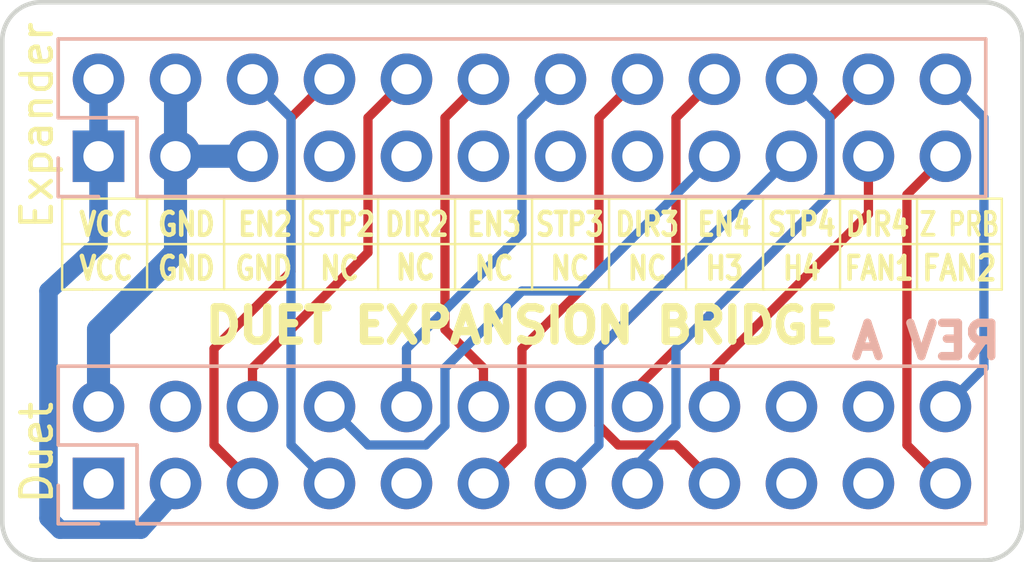
<source format=kicad_pcb>
(kicad_pcb (version 4) (host pcbnew 4.0.7)

  (general
    (links 19)
    (no_connects 0)
    (area 132.639999 111.684999 167.1942 130.250001)
    (thickness 1.6)
    (drawings 55)
    (tracks 75)
    (zones 0)
    (modules 2)
    (nets 17)
  )

  (page A4)
  (layers
    (0 F.Cu signal)
    (31 B.Cu signal)
    (32 B.Adhes user)
    (33 F.Adhes user)
    (34 B.Paste user)
    (35 F.Paste user)
    (36 B.SilkS user)
    (37 F.SilkS user)
    (38 B.Mask user)
    (39 F.Mask user)
    (40 Dwgs.User user)
    (41 Cmts.User user)
    (42 Eco1.User user)
    (43 Eco2.User user)
    (44 Edge.Cuts user)
    (45 Margin user)
    (46 B.CrtYd user hide)
    (47 F.CrtYd user hide)
    (48 B.Fab user hide)
    (49 F.Fab user hide)
  )

  (setup
    (last_trace_width 0.3048)
    (user_trace_width 0.3048)
    (user_trace_width 0.6096)
    (trace_clearance 0.0508)
    (zone_clearance 0.762)
    (zone_45_only no)
    (trace_min 0.2)
    (segment_width 0.08)
    (edge_width 0.15)
    (via_size 0.6)
    (via_drill 0.4)
    (via_min_size 0.4)
    (via_min_drill 0.3)
    (uvia_size 0.3)
    (uvia_drill 0.1)
    (uvias_allowed no)
    (uvia_min_size 0.2)
    (uvia_min_drill 0.1)
    (pcb_text_width 0.3)
    (pcb_text_size 1.5 1.5)
    (mod_edge_width 0.15)
    (mod_text_size 1 1)
    (mod_text_width 0.15)
    (pad_size 5.7 5.7)
    (pad_drill 3.2)
    (pad_to_mask_clearance 0.2)
    (aux_axis_origin 132.588 130.048)
    (visible_elements 7FFFFE7F)
    (pcbplotparams
      (layerselection 0x010f0_80000001)
      (usegerberextensions true)
      (excludeedgelayer true)
      (linewidth 0.100000)
      (plotframeref false)
      (viasonmask false)
      (mode 1)
      (useauxorigin true)
      (hpglpennumber 1)
      (hpglpenspeed 20)
      (hpglpendiameter 15)
      (hpglpenoverlay 2)
      (psnegative false)
      (psa4output false)
      (plotreference true)
      (plotvalue true)
      (plotinvisibletext false)
      (padsonsilk false)
      (subtractmaskfromsilk true)
      (outputformat 1)
      (mirror false)
      (drillshape 0)
      (scaleselection 1)
      (outputdirectory ../Gerbers/))
  )

  (net 0 "")
  (net 1 GND)
  (net 2 VCC)
  (net 3 E2_STEP)
  (net 4 E2_DIR)
  (net 5 E2_EN)
  (net 6 HEATER3)
  (net 7 E3_STEP)
  (net 8 E3_DIR)
  (net 9 E3_EN)
  (net 10 HEATER4)
  (net 11 E4_STEP)
  (net 12 E4_DIR)
  (net 13 E4_EN)
  (net 14 "FAN2(HEATER_5)")
  (net 15 "FAN1(HEATER_6)")
  (net 16 Z_PROBE)

  (net_class Default "This is the default net class."
    (clearance 0.0508)
    (trace_width 0.3048)
    (via_dia 0.6)
    (via_drill 0.4)
    (uvia_dia 0.3)
    (uvia_drill 0.1)
    (add_net E2_DIR)
    (add_net E2_EN)
    (add_net E2_STEP)
    (add_net E3_DIR)
    (add_net E3_EN)
    (add_net E3_STEP)
    (add_net E4_DIR)
    (add_net E4_EN)
    (add_net E4_STEP)
    (add_net "FAN1(HEATER_6)")
    (add_net "FAN2(HEATER_5)")
    (add_net HEATER3)
    (add_net HEATER4)
    (add_net Z_PROBE)
  )

  (net_class FAN ""
    (clearance 0.127)
    (trace_width 0.381)
    (via_dia 0.6)
    (via_drill 0.4)
    (uvia_dia 0.3)
    (uvia_drill 0.1)
  )

  (net_class Motor ""
    (clearance 0.2)
    (trace_width 1.27)
    (via_dia 0.6)
    (via_drill 0.4)
    (uvia_dia 0.3)
    (uvia_drill 0.1)
  )

  (net_class Power ""
    (clearance 0.2032)
    (trace_width 0.762)
    (via_dia 0.6)
    (via_drill 0.4)
    (uvia_dia 0.3)
    (uvia_drill 0.1)
    (add_net GND)
    (add_net VCC)
  )

  (module Voron:Socket_Strip_Straight_2x12_Pitch2.54mm (layer B.Cu) (tedit 5AC57147) (tstamp 5AC2ECE4)
    (at 135.89 127.635 270)
    (descr "Through hole straight socket strip, 2x12, 2.54mm pitch, double rows")
    (tags "Through hole socket strip THT 2x12 2.54mm double row")
    (path /5AC2D2B3)
    (fp_text reference Duet1 (at -1.27 -30.226 270) (layer F.SilkS) hide
      (effects (font (size 1 1) (thickness 0.15)))
    )
    (fp_text value Duet (at -1.016 2.032 270) (layer F.SilkS)
      (effects (font (size 1 1) (thickness 0.15)))
    )
    (fp_line (start -3.81 1.27) (end -3.81 -29.21) (layer B.Fab) (width 0.1))
    (fp_line (start -3.81 -29.21) (end 1.27 -29.21) (layer B.Fab) (width 0.1))
    (fp_line (start 1.27 -29.21) (end 1.27 1.27) (layer B.Fab) (width 0.1))
    (fp_line (start 1.27 1.27) (end -3.81 1.27) (layer B.Fab) (width 0.1))
    (fp_line (start 1.33 -1.27) (end 1.33 -29.27) (layer B.SilkS) (width 0.12))
    (fp_line (start 1.33 -29.27) (end -3.87 -29.27) (layer B.SilkS) (width 0.12))
    (fp_line (start -3.87 -29.27) (end -3.87 1.33) (layer B.SilkS) (width 0.12))
    (fp_line (start -3.87 1.33) (end -1.27 1.33) (layer B.SilkS) (width 0.12))
    (fp_line (start -1.27 1.33) (end -1.27 -1.27) (layer B.SilkS) (width 0.12))
    (fp_line (start -1.27 -1.27) (end 1.33 -1.27) (layer B.SilkS) (width 0.12))
    (fp_line (start 1.33 0) (end 1.33 1.33) (layer B.SilkS) (width 0.12))
    (fp_line (start 1.33 1.33) (end 0.06 1.33) (layer B.SilkS) (width 0.12))
    (fp_line (start -4.35 1.8) (end -4.35 -29.75) (layer B.CrtYd) (width 0.05))
    (fp_line (start -4.35 -29.75) (end 1.8 -29.75) (layer B.CrtYd) (width 0.05))
    (fp_line (start 1.8 -29.75) (end 1.8 1.8) (layer B.CrtYd) (width 0.05))
    (fp_line (start 1.8 1.8) (end -4.35 1.8) (layer B.CrtYd) (width 0.05))
    (fp_text user %R (at -1.016 -12.7 540) (layer B.Fab)
      (effects (font (size 1 1) (thickness 0.15)) (justify mirror))
    )
    (pad 1 thru_hole rect (at 0 0 270) (size 1.7 1.7) (drill 1) (layers *.Cu *.Mask))
    (pad 2 thru_hole oval (at -2.54 0 270) (size 1.7 1.7) (drill 1) (layers *.Cu *.Mask)
      (net 1 GND))
    (pad 3 thru_hole oval (at 0 -2.54 270) (size 1.7 1.7) (drill 1) (layers *.Cu *.Mask)
      (net 2 VCC))
    (pad 4 thru_hole oval (at -2.54 -2.54 270) (size 1.7 1.7) (drill 1) (layers *.Cu *.Mask))
    (pad 5 thru_hole oval (at 0 -5.08 270) (size 1.7 1.7) (drill 1) (layers *.Cu *.Mask)
      (net 3 E2_STEP))
    (pad 6 thru_hole oval (at -2.54 -5.08 270) (size 1.7 1.7) (drill 1) (layers *.Cu *.Mask)
      (net 4 E2_DIR))
    (pad 7 thru_hole oval (at 0 -7.62 270) (size 1.7 1.7) (drill 1) (layers *.Cu *.Mask)
      (net 5 E2_EN))
    (pad 8 thru_hole oval (at -2.54 -7.62 270) (size 1.7 1.7) (drill 1) (layers *.Cu *.Mask)
      (net 6 HEATER3))
    (pad 9 thru_hole oval (at 0 -10.16 270) (size 1.7 1.7) (drill 1) (layers *.Cu *.Mask))
    (pad 10 thru_hole oval (at -2.54 -10.16 270) (size 1.7 1.7) (drill 1) (layers *.Cu *.Mask)
      (net 7 E3_STEP))
    (pad 11 thru_hole oval (at 0 -12.7 270) (size 1.7 1.7) (drill 1) (layers *.Cu *.Mask)
      (net 8 E3_DIR))
    (pad 12 thru_hole oval (at -2.54 -12.7 270) (size 1.7 1.7) (drill 1) (layers *.Cu *.Mask)
      (net 9 E3_EN))
    (pad 13 thru_hole oval (at 0 -15.24 270) (size 1.7 1.7) (drill 1) (layers *.Cu *.Mask)
      (net 10 HEATER4))
    (pad 14 thru_hole oval (at -2.54 -15.24 270) (size 1.7 1.7) (drill 1) (layers *.Cu *.Mask))
    (pad 15 thru_hole oval (at 0 -17.78 270) (size 1.7 1.7) (drill 1) (layers *.Cu *.Mask)
      (net 11 E4_STEP))
    (pad 16 thru_hole oval (at -2.54 -17.78 270) (size 1.7 1.7) (drill 1) (layers *.Cu *.Mask)
      (net 12 E4_DIR))
    (pad 17 thru_hole oval (at 0 -20.32 270) (size 1.7 1.7) (drill 1) (layers *.Cu *.Mask)
      (net 13 E4_EN))
    (pad 18 thru_hole oval (at -2.54 -20.32 270) (size 1.7 1.7) (drill 1) (layers *.Cu *.Mask)
      (net 14 "FAN2(HEATER_5)"))
    (pad 19 thru_hole oval (at 0 -22.86 270) (size 1.7 1.7) (drill 1) (layers *.Cu *.Mask))
    (pad 20 thru_hole oval (at -2.54 -22.86 270) (size 1.7 1.7) (drill 1) (layers *.Cu *.Mask))
    (pad 21 thru_hole oval (at 0 -25.4 270) (size 1.7 1.7) (drill 1) (layers *.Cu *.Mask))
    (pad 22 thru_hole oval (at -2.54 -25.4 270) (size 1.7 1.7) (drill 1) (layers *.Cu *.Mask))
    (pad 23 thru_hole oval (at 0 -27.94 270) (size 1.7 1.7) (drill 1) (layers *.Cu *.Mask)
      (net 15 "FAN1(HEATER_6)"))
    (pad 24 thru_hole oval (at -2.54 -27.94 270) (size 1.7 1.7) (drill 1) (layers *.Cu *.Mask)
      (net 16 Z_PROBE))
    (model ${KISYS3DMOD}/Socket_Strips.3dshapes/Socket_Strip_Straight_2x12_Pitch2.54mm.wrl
      (at (xyz -0.05 -0.55 0))
      (scale (xyz 1 1 1))
      (rotate (xyz 0 0 270))
    )
  )

  (module Voron:Socket_Strip_Straight_2x12_Pitch2.54mm (layer B.Cu) (tedit 5AC57147) (tstamp 5AC2EC8B)
    (at 135.89 116.84 270)
    (descr "Through hole straight socket strip, 2x12, 2.54mm pitch, double rows")
    (tags "Through hole socket strip THT 2x12 2.54mm double row")
    (path /5A11DE4E)
    (fp_text reference Exp1 (at -1.27 -30.226 270) (layer F.SilkS) hide
      (effects (font (size 1 1) (thickness 0.15)))
    )
    (fp_text value Expander (at -1.016 2.032 270) (layer F.SilkS)
      (effects (font (size 1 1) (thickness 0.15)))
    )
    (fp_line (start -3.81 1.27) (end -3.81 -29.21) (layer B.Fab) (width 0.1))
    (fp_line (start -3.81 -29.21) (end 1.27 -29.21) (layer B.Fab) (width 0.1))
    (fp_line (start 1.27 -29.21) (end 1.27 1.27) (layer B.Fab) (width 0.1))
    (fp_line (start 1.27 1.27) (end -3.81 1.27) (layer B.Fab) (width 0.1))
    (fp_line (start 1.33 -1.27) (end 1.33 -29.27) (layer B.SilkS) (width 0.12))
    (fp_line (start 1.33 -29.27) (end -3.87 -29.27) (layer B.SilkS) (width 0.12))
    (fp_line (start -3.87 -29.27) (end -3.87 1.33) (layer B.SilkS) (width 0.12))
    (fp_line (start -3.87 1.33) (end -1.27 1.33) (layer B.SilkS) (width 0.12))
    (fp_line (start -1.27 1.33) (end -1.27 -1.27) (layer B.SilkS) (width 0.12))
    (fp_line (start -1.27 -1.27) (end 1.33 -1.27) (layer B.SilkS) (width 0.12))
    (fp_line (start 1.33 0) (end 1.33 1.33) (layer B.SilkS) (width 0.12))
    (fp_line (start 1.33 1.33) (end 0.06 1.33) (layer B.SilkS) (width 0.12))
    (fp_line (start -4.35 1.8) (end -4.35 -29.75) (layer B.CrtYd) (width 0.05))
    (fp_line (start -4.35 -29.75) (end 1.8 -29.75) (layer B.CrtYd) (width 0.05))
    (fp_line (start 1.8 -29.75) (end 1.8 1.8) (layer B.CrtYd) (width 0.05))
    (fp_line (start 1.8 1.8) (end -4.35 1.8) (layer B.CrtYd) (width 0.05))
    (fp_text user %R (at -1.016 -12.7 540) (layer B.Fab)
      (effects (font (size 1 1) (thickness 0.15)) (justify mirror))
    )
    (pad 1 thru_hole rect (at 0 0 270) (size 1.7 1.7) (drill 1) (layers *.Cu *.Mask)
      (net 2 VCC))
    (pad 2 thru_hole oval (at -2.54 0 270) (size 1.7 1.7) (drill 1) (layers *.Cu *.Mask)
      (net 2 VCC))
    (pad 3 thru_hole oval (at 0 -2.54 270) (size 1.7 1.7) (drill 1) (layers *.Cu *.Mask)
      (net 1 GND))
    (pad 4 thru_hole oval (at -2.54 -2.54 270) (size 1.7 1.7) (drill 1) (layers *.Cu *.Mask)
      (net 1 GND))
    (pad 5 thru_hole oval (at 0 -5.08 270) (size 1.7 1.7) (drill 1) (layers *.Cu *.Mask)
      (net 1 GND))
    (pad 6 thru_hole oval (at -2.54 -5.08 270) (size 1.7 1.7) (drill 1) (layers *.Cu *.Mask)
      (net 5 E2_EN))
    (pad 7 thru_hole oval (at 0 -7.62 270) (size 1.7 1.7) (drill 1) (layers *.Cu *.Mask))
    (pad 8 thru_hole oval (at -2.54 -7.62 270) (size 1.7 1.7) (drill 1) (layers *.Cu *.Mask)
      (net 3 E2_STEP))
    (pad 9 thru_hole oval (at 0 -10.16 270) (size 1.7 1.7) (drill 1) (layers *.Cu *.Mask))
    (pad 10 thru_hole oval (at -2.54 -10.16 270) (size 1.7 1.7) (drill 1) (layers *.Cu *.Mask)
      (net 4 E2_DIR))
    (pad 11 thru_hole oval (at 0 -12.7 270) (size 1.7 1.7) (drill 1) (layers *.Cu *.Mask))
    (pad 12 thru_hole oval (at -2.54 -12.7 270) (size 1.7 1.7) (drill 1) (layers *.Cu *.Mask)
      (net 9 E3_EN))
    (pad 13 thru_hole oval (at 0 -15.24 270) (size 1.7 1.7) (drill 1) (layers *.Cu *.Mask))
    (pad 14 thru_hole oval (at -2.54 -15.24 270) (size 1.7 1.7) (drill 1) (layers *.Cu *.Mask)
      (net 7 E3_STEP))
    (pad 15 thru_hole oval (at 0 -17.78 270) (size 1.7 1.7) (drill 1) (layers *.Cu *.Mask))
    (pad 16 thru_hole oval (at -2.54 -17.78 270) (size 1.7 1.7) (drill 1) (layers *.Cu *.Mask)
      (net 8 E3_DIR))
    (pad 17 thru_hole oval (at 0 -20.32 270) (size 1.7 1.7) (drill 1) (layers *.Cu *.Mask)
      (net 6 HEATER3))
    (pad 18 thru_hole oval (at -2.54 -20.32 270) (size 1.7 1.7) (drill 1) (layers *.Cu *.Mask)
      (net 13 E4_EN))
    (pad 19 thru_hole oval (at 0 -22.86 270) (size 1.7 1.7) (drill 1) (layers *.Cu *.Mask)
      (net 10 HEATER4))
    (pad 20 thru_hole oval (at -2.54 -22.86 270) (size 1.7 1.7) (drill 1) (layers *.Cu *.Mask)
      (net 11 E4_STEP))
    (pad 21 thru_hole oval (at 0 -25.4 270) (size 1.7 1.7) (drill 1) (layers *.Cu *.Mask)
      (net 14 "FAN2(HEATER_5)"))
    (pad 22 thru_hole oval (at -2.54 -25.4 270) (size 1.7 1.7) (drill 1) (layers *.Cu *.Mask)
      (net 12 E4_DIR))
    (pad 23 thru_hole oval (at 0 -27.94 270) (size 1.7 1.7) (drill 1) (layers *.Cu *.Mask)
      (net 15 "FAN1(HEATER_6)"))
    (pad 24 thru_hole oval (at -2.54 -27.94 270) (size 1.7 1.7) (drill 1) (layers *.Cu *.Mask)
      (net 16 Z_PROBE))
    (model ${KISYS3DMOD}/Socket_Strips.3dshapes/Socket_Strip_Straight_2x12_Pitch2.54mm.wrl
      (at (xyz -0.05 -0.55 0))
      (scale (xyz 1 1 1))
      (rotate (xyz 0 0 270))
    )
  )

  (gr_line (start 165.1 111.76) (end 133.985 111.76) (angle 90) (layer Edge.Cuts) (width 0.15))
  (gr_line (start 133.985 130.175) (end 165.1 130.175) (angle 90) (layer Edge.Cuts) (width 0.15))
  (gr_line (start 166.37 128.905) (end 166.37 113.03) (angle 90) (layer Edge.Cuts) (width 0.15))
  (gr_line (start 132.715 113.03) (end 132.715 128.905) (angle 90) (layer Edge.Cuts) (width 0.15))
  (gr_arc (start 133.985 113.03) (end 132.715 113.03) (angle 90) (layer Edge.Cuts) (width 0.15))
  (gr_arc (start 133.985 128.905) (end 133.985 130.175) (angle 90) (layer Edge.Cuts) (width 0.15))
  (gr_arc (start 165.1 113.03) (end 165.1 111.76) (angle 90) (layer Edge.Cuts) (width 0.15))
  (gr_arc (start 165.1 128.905) (end 166.37 128.905) (angle 90) (layer Edge.Cuts) (width 0.15))
  (gr_line (start 134.69 119.738) (end 165.69 119.738) (angle 90) (layer F.SilkS) (width 0.08))
  (gr_line (start 162.893 121.237) (end 162.8295 121.237) (angle 90) (layer F.SilkS) (width 0.08))
  (gr_line (start 162.893 118.2525) (end 162.893 121.237) (angle 90) (layer F.SilkS) (width 0.08))
  (gr_line (start 160.353 118.2525) (end 160.353 121.237) (angle 90) (layer F.SilkS) (width 0.08))
  (gr_line (start 157.813 121.237) (end 157.8765 121.237) (angle 90) (layer F.SilkS) (width 0.08))
  (gr_line (start 157.813 118.2525) (end 157.813 121.237) (angle 90) (layer F.SilkS) (width 0.08))
  (gr_line (start 155.273 118.2525) (end 155.273 121.237) (angle 90) (layer F.SilkS) (width 0.08))
  (gr_line (start 152.733 118.2525) (end 152.733 121.237) (angle 90) (layer F.SilkS) (width 0.08))
  (gr_line (start 150.193 118.2525) (end 150.193 121.237) (angle 90) (layer F.SilkS) (width 0.08))
  (gr_line (start 147.653 121.237) (end 147.5895 121.237) (angle 90) (layer F.SilkS) (width 0.08))
  (gr_line (start 147.653 118.2525) (end 147.653 121.237) (angle 90) (layer F.SilkS) (width 0.08))
  (gr_line (start 145.113 118.2525) (end 145.113 121.237) (angle 90) (layer F.SilkS) (width 0.08))
  (gr_line (start 142.6365 118.2525) (end 142.6365 121.237) (angle 90) (layer F.SilkS) (width 0.08))
  (gr_line (start 140.033 118.2525) (end 140.033 121.237) (angle 90) (layer F.SilkS) (width 0.08))
  (gr_line (start 137.493 118.2525) (end 137.493 121.237) (angle 90) (layer F.SilkS) (width 0.08))
  (gr_line (start 134.69 121.238) (end 135.69 121.238) (angle 90) (layer F.SilkS) (width 0.08))
  (gr_line (start 134.69 118.238) (end 134.69 121.238) (angle 90) (layer F.SilkS) (width 0.08))
  (gr_line (start 165.69 118.238) (end 134.69 118.238) (angle 90) (layer F.SilkS) (width 0.08))
  (gr_line (start 165.69 121.238) (end 165.69 118.238) (angle 90) (layer F.SilkS) (width 0.08))
  (gr_line (start 135.69 121.238) (end 165.69 121.238) (angle 90) (layer F.SilkS) (width 0.08))
  (gr_text "DUET EXPANSION BRIDGE" (at 149.86 122.428) (layer F.SilkS)
    (effects (font (size 1.1 1.1) (thickness 0.275)))
  )
  (gr_text NC (at 146.34 120.538) (layer F.SilkS)
    (effects (font (size 0.75 0.6) (thickness 0.15)))
  )
  (gr_text NC (at 153.99 120.538) (layer F.SilkS)
    (effects (font (size 0.75 0.6) (thickness 0.15)))
  )
  (gr_text NC (at 151.44 120.538) (layer F.SilkS)
    (effects (font (size 0.75 0.6) (thickness 0.15)))
  )
  (gr_text NC (at 148.94 120.538) (layer F.SilkS)
    (effects (font (size 0.75 0.6) (thickness 0.15)))
  )
  (gr_text NC (at 146.34 120.488) (layer F.SilkS)
    (effects (font (size 0.75 0.6) (thickness 0.15)))
  )
  (gr_text NC (at 143.84 120.538) (layer F.SilkS)
    (effects (font (size 0.75 0.6) (thickness 0.15)))
  )
  (gr_text FAN2 (at 164.29 120.538) (layer F.SilkS)
    (effects (font (size 0.8 0.65) (thickness 0.15)))
  )
  (gr_text FAN1 (at 161.64 120.538) (layer F.SilkS)
    (effects (font (size 0.75 0.6) (thickness 0.15)))
  )
  (gr_text H4 (at 159.09 120.538) (layer F.SilkS)
    (effects (font (size 0.75 0.6) (thickness 0.15)))
  )
  (gr_text "H3\n" (at 156.54 120.538) (layer F.SilkS)
    (effects (font (size 0.75 0.6) (thickness 0.15)))
  )
  (gr_text "Z PRB" (at 164.29 119.088) (layer F.SilkS)
    (effects (font (size 0.75 0.55) (thickness 0.125)))
  )
  (gr_text DIR4 (at 161.59 119.088) (layer F.SilkS)
    (effects (font (size 0.75 0.6) (thickness 0.15)))
  )
  (gr_text STP4 (at 159.09 119.088) (layer F.SilkS)
    (effects (font (size 0.75 0.6) (thickness 0.15)))
  )
  (gr_text EN4 (at 156.54 119.088) (layer F.SilkS)
    (effects (font (size 0.75 0.6) (thickness 0.15)))
  )
  (gr_text DIR3 (at 153.99 119.088) (layer F.SilkS)
    (effects (font (size 0.75 0.6) (thickness 0.15)))
  )
  (gr_text STP3 (at 151.44 119.088) (layer F.SilkS)
    (effects (font (size 0.75 0.6) (thickness 0.15)))
  )
  (gr_text EN3 (at 148.94 119.088) (layer F.SilkS)
    (effects (font (size 0.75 0.6) (thickness 0.15)))
  )
  (gr_text DIR2 (at 146.39 119.088) (layer F.SilkS)
    (effects (font (size 0.75 0.6) (thickness 0.15)))
  )
  (gr_text "STP2\n" (at 143.89 119.088) (layer F.SilkS)
    (effects (font (size 0.75 0.6) (thickness 0.15)))
  )
  (gr_text EN2 (at 141.39 119.088) (layer F.SilkS)
    (effects (font (size 0.75 0.6) (thickness 0.15)))
  )
  (gr_text GND (at 141.34 120.538) (layer F.SilkS)
    (effects (font (size 0.75 0.6) (thickness 0.15)))
  )
  (gr_text GND (at 138.79 120.538) (layer F.SilkS)
    (effects (font (size 0.75 0.6) (thickness 0.15)))
  )
  (gr_text GND (at 138.79 119.088) (layer F.SilkS)
    (effects (font (size 0.75 0.6) (thickness 0.15)))
  )
  (gr_text VCC (at 136.14 120.538) (layer F.SilkS)
    (effects (font (size 0.75 0.6) (thickness 0.15)))
  )
  (gr_text VCC (at 136.14 119.088) (layer F.SilkS)
    (effects (font (size 0.75 0.6) (thickness 0.15)))
  )
  (gr_text "REV A\n\n" (at 163.195 123.825) (layer B.SilkS)
    (effects (font (size 1.1 1.1) (thickness 0.275)) (justify mirror))
  )

  (segment (start 135.89 125.095) (end 135.89 122.555) (width 0.762) (layer B.Cu) (net 1))
  (segment (start 138.43 120.015) (end 138.43 116.84) (width 0.762) (layer B.Cu) (net 1) (tstamp 5AC2ED42))
  (segment (start 135.89 122.555) (end 138.43 120.015) (width 0.762) (layer B.Cu) (net 1) (tstamp 5AC2ED41))
  (segment (start 138.43 116.84) (end 140.97 116.84) (width 0.762) (layer B.Cu) (net 1))
  (segment (start 138.43 116.84) (end 138.43 114.3) (width 0.762) (layer B.Cu) (net 1) (tstamp 5AC2DA59))
  (segment (start 135.89 116.84) (end 135.89 119.761) (width 0.6096) (layer B.Cu) (net 2))
  (segment (start 137.287 129.159) (end 138.43 127.889) (width 0.6096) (layer B.Cu) (net 2) (tstamp 5AC58627))
  (segment (start 134.62 129.159) (end 137.287 129.159) (width 0.6096) (layer B.Cu) (net 2) (tstamp 5AC58626))
  (segment (start 134.239 128.778) (end 134.62 129.159) (width 0.6096) (layer B.Cu) (net 2) (tstamp 5AC58625))
  (segment (start 134.239 121.285) (end 134.239 128.778) (width 0.6096) (layer B.Cu) (net 2) (tstamp 5AC58624))
  (segment (start 135.89 119.761) (end 134.239 121.285) (width 0.6096) (layer B.Cu) (net 2) (tstamp 5AC58623))
  (segment (start 138.43 127.889) (end 138.43 127.635) (width 0.762) (layer B.Cu) (net 2) (tstamp 5AC58628))
  (segment (start 135.89 116.84) (end 135.89 114.3) (width 0.6096) (layer B.Cu) (net 2) (tstamp 5AC2DA4E))
  (segment (start 140.97 127.635) (end 139.7 126.365) (width 0.3048) (layer F.Cu) (net 3))
  (segment (start 142.24 115.57) (end 143.51 114.3) (width 0.3048) (layer F.Cu) (net 3) (tstamp 5AC2EEBB))
  (segment (start 142.24 120.65) (end 142.24 115.57) (width 0.3048) (layer F.Cu) (net 3) (tstamp 5AC2EEB8))
  (segment (start 139.7 123.19) (end 142.24 120.65) (width 0.3048) (layer F.Cu) (net 3) (tstamp 5AC2EEB4))
  (segment (start 139.7 126.365) (end 139.7 123.19) (width 0.3048) (layer F.Cu) (net 3) (tstamp 5AC2EEB3))
  (segment (start 140.97 125.095) (end 140.97 123.825) (width 0.3048) (layer F.Cu) (net 4))
  (segment (start 144.78 115.57) (end 146.05 114.3) (width 0.3048) (layer F.Cu) (net 4) (tstamp 5AC2EEC3))
  (segment (start 144.78 120.015) (end 144.78 115.57) (width 0.3048) (layer F.Cu) (net 4) (tstamp 5AC2EEC1))
  (segment (start 140.97 123.825) (end 144.78 120.015) (width 0.3048) (layer F.Cu) (net 4) (tstamp 5AC2EEBF))
  (segment (start 143.51 127.635) (end 142.24 126.365) (width 0.3048) (layer B.Cu) (net 5))
  (segment (start 142.24 115.57) (end 140.97 114.3) (width 0.3048) (layer B.Cu) (net 5) (tstamp 5AC2EECA))
  (segment (start 142.24 126.365) (end 142.24 115.57) (width 0.3048) (layer B.Cu) (net 5) (tstamp 5AC2EEC9))
  (segment (start 156.21 116.84) (end 151.765 121.285) (width 0.3048) (layer B.Cu) (net 6))
  (segment (start 144.78 126.365) (end 143.51 125.095) (width 0.3048) (layer B.Cu) (net 6) (tstamp 5AC2EF63))
  (segment (start 146.685 126.365) (end 144.78 126.365) (width 0.3048) (layer B.Cu) (net 6) (tstamp 5AC2EF62))
  (segment (start 147.32 125.73) (end 146.685 126.365) (width 0.3048) (layer B.Cu) (net 6) (tstamp 5AC2EF61))
  (segment (start 147.32 123.825) (end 147.32 125.73) (width 0.3048) (layer B.Cu) (net 6) (tstamp 5AC2EF5F))
  (segment (start 149.86 121.285) (end 147.32 123.825) (width 0.3048) (layer B.Cu) (net 6) (tstamp 5AC2EF58))
  (segment (start 151.765 121.285) (end 149.86 121.285) (width 0.3048) (layer B.Cu) (net 6) (tstamp 5AC2EF52))
  (segment (start 146.05 125.095) (end 146.05 123.19) (width 0.3048) (layer B.Cu) (net 7))
  (segment (start 149.86 115.57) (end 151.13 114.3) (width 0.3048) (layer B.Cu) (net 7) (tstamp 5AC2EF6B))
  (segment (start 149.86 119.38) (end 149.86 115.57) (width 0.3048) (layer B.Cu) (net 7) (tstamp 5AC2EF69))
  (segment (start 146.05 123.19) (end 149.86 119.38) (width 0.3048) (layer B.Cu) (net 7) (tstamp 5AC2EF67))
  (segment (start 148.59 127.635) (end 149.86 126.365) (width 0.3048) (layer F.Cu) (net 8))
  (segment (start 152.4 115.57) (end 153.67 114.3) (width 0.3048) (layer F.Cu) (net 8) (tstamp 5AC2EA2D))
  (segment (start 152.4 120.65) (end 152.4 115.57) (width 0.3048) (layer F.Cu) (net 8) (tstamp 5AC2EA2C))
  (segment (start 149.86 123.19) (end 152.4 120.65) (width 0.3048) (layer F.Cu) (net 8) (tstamp 5AC2EA29))
  (segment (start 149.86 126.365) (end 149.86 123.19) (width 0.3048) (layer F.Cu) (net 8) (tstamp 5AC2EA28))
  (segment (start 148.59 125.095) (end 148.59 123.825) (width 0.3048) (layer F.Cu) (net 9))
  (segment (start 147.32 115.57) (end 148.59 114.3) (width 0.3048) (layer F.Cu) (net 9) (tstamp 5AC2E9FF))
  (segment (start 147.32 122.555) (end 147.32 115.57) (width 0.3048) (layer F.Cu) (net 9) (tstamp 5AC2E9FD))
  (segment (start 148.59 123.825) (end 147.32 122.555) (width 0.3048) (layer F.Cu) (net 9) (tstamp 5AC2E9F9))
  (segment (start 151.13 127.635) (end 152.4 126.365) (width 0.3048) (layer B.Cu) (net 10))
  (segment (start 152.4 123.19) (end 158.75 116.84) (width 0.3048) (layer B.Cu) (net 10) (tstamp 5AC2EB01))
  (segment (start 152.4 126.365) (end 152.4 123.19) (width 0.3048) (layer B.Cu) (net 10) (tstamp 5AC2EB00))
  (segment (start 153.67 127.635) (end 153.67 127) (width 0.3048) (layer B.Cu) (net 11))
  (segment (start 153.67 127) (end 154.94 125.73) (width 0.3048) (layer B.Cu) (net 11) (tstamp 5AC2EB45))
  (segment (start 154.94 125.73) (end 154.94 123.19) (width 0.3048) (layer B.Cu) (net 11) (tstamp 5AC2EB4A))
  (segment (start 154.94 123.19) (end 160.02 118.11) (width 0.3048) (layer B.Cu) (net 11) (tstamp 5AC2EB4C))
  (segment (start 160.02 118.11) (end 160.02 115.57) (width 0.3048) (layer B.Cu) (net 11) (tstamp 5AC2EB4E))
  (segment (start 160.02 115.57) (end 158.75 114.3) (width 0.3048) (layer B.Cu) (net 11) (tstamp 5AC2EB50))
  (segment (start 153.67 125.095) (end 153.67 124.46) (width 0.3048) (layer F.Cu) (net 12))
  (segment (start 153.67 124.46) (end 160.02 118.11) (width 0.3048) (layer F.Cu) (net 12) (tstamp 5AC2EF99))
  (segment (start 160.02 115.57) (end 161.29 114.3) (width 0.3048) (layer F.Cu) (net 12) (tstamp 5AC2EF9F))
  (segment (start 160.02 118.11) (end 160.02 115.57) (width 0.3048) (layer F.Cu) (net 12) (tstamp 5AC2EF9C))
  (segment (start 154.94 115.57) (end 156.21 114.3) (width 0.3048) (layer F.Cu) (net 13) (tstamp 5AC2EF90))
  (segment (start 154.94 120.65) (end 154.94 115.57) (width 0.3048) (layer F.Cu) (net 13) (tstamp 5AC2EF8E))
  (segment (start 152.4 123.19) (end 154.94 120.65) (width 0.3048) (layer F.Cu) (net 13) (tstamp 5AC2EF8C))
  (segment (start 152.4 125.73) (end 152.4 123.19) (width 0.3048) (layer F.Cu) (net 13) (tstamp 5AC2EF88))
  (segment (start 153.035 126.365) (end 152.4 125.73) (width 0.3048) (layer F.Cu) (net 13) (tstamp 5AC2EF87))
  (segment (start 154.94 126.365) (end 153.035 126.365) (width 0.3048) (layer F.Cu) (net 13) (tstamp 5AC2EF85))
  (segment (start 156.21 127.635) (end 154.94 126.365) (width 0.3048) (layer F.Cu) (net 13))
  (segment (start 156.21 123.825) (end 161.29 118.745) (width 0.3048) (layer F.Cu) (net 14) (tstamp 5AC2EFA3))
  (segment (start 156.21 125.095) (end 156.21 123.825) (width 0.3048) (layer F.Cu) (net 14))
  (segment (start 161.29 118.745) (end 161.29 116.84) (width 0.3048) (layer F.Cu) (net 14) (tstamp 5AC2EFA4))
  (segment (start 156.21 125.095) (end 156.21 124.46) (width 0.3048) (layer F.Cu) (net 14))
  (segment (start 163.83 127.635) (end 162.56 126.365) (width 0.3048) (layer F.Cu) (net 15))
  (segment (start 162.56 118.11) (end 163.83 116.84) (width 0.3048) (layer F.Cu) (net 15) (tstamp 5AC2EB75))
  (segment (start 162.56 126.365) (end 162.56 118.11) (width 0.3048) (layer F.Cu) (net 15) (tstamp 5AC2EB74))
  (segment (start 163.83 125.095) (end 165.1 123.825) (width 0.3048) (layer B.Cu) (net 16))
  (segment (start 165.1 115.57) (end 163.83 114.3) (width 0.3048) (layer B.Cu) (net 16) (tstamp 5AC5C807))
  (segment (start 165.1 123.825) (end 165.1 115.57) (width 0.3048) (layer B.Cu) (net 16) (tstamp 5AC5C806))

)

</source>
